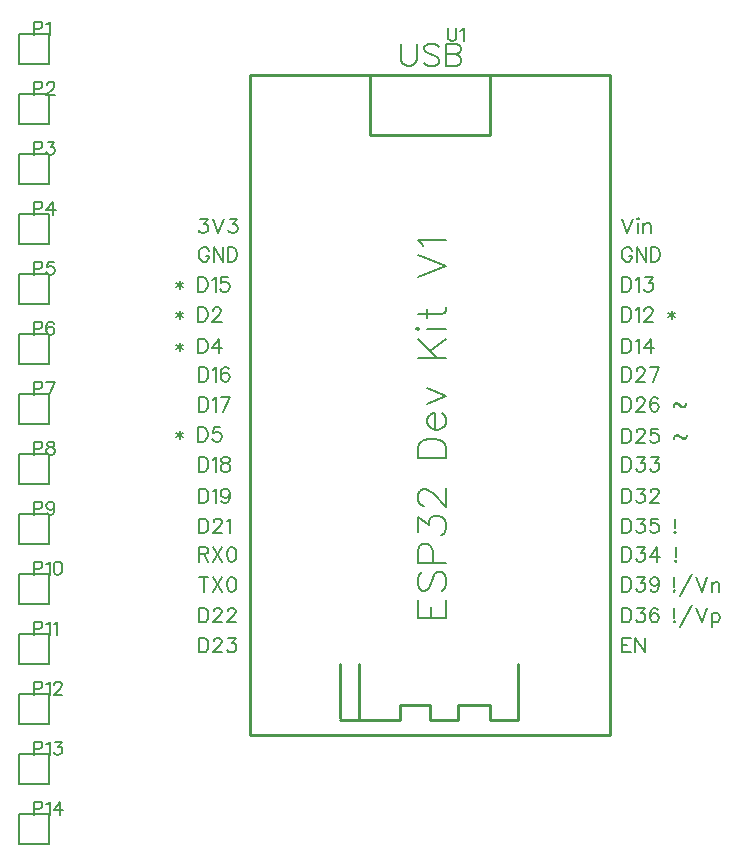
<source format=gto>
G04 Layer: TopSilkLayer*
G04 EasyEDA v6.3.22, 2020-03-31T10:39:25+02:00*
G04 031d35559eb5429b949d46eb78df2012,abd45e37305a4832af207281f16f9658,10*
G04 Gerber Generator version 0.2*
G04 Scale: 100 percent, Rotated: No, Reflected: No *
G04 Dimensions in millimeters *
G04 leading zeros omitted , absolute positions ,3 integer and 3 decimal *
%FSLAX33Y33*%
%MOMM*%
G90*
G71D02*

%ADD10C,0.254000*%
%ADD15C,0.203200*%
%ADD16C,0.202999*%
%ADD17C,0.152400*%

%LPD*%
G54D15*
G01X9017Y70231D02*
G01X6477Y70231D01*
G01X6477Y72771D01*
G01X9017Y72771D01*
G01X9017Y70866D01*
G54D16*
G01X9017Y70231D02*
G01X9017Y70866D01*
G54D15*
G01X9017Y65151D02*
G01X6477Y65151D01*
G01X6477Y67691D01*
G01X9017Y67691D01*
G01X9017Y65786D01*
G54D16*
G01X9017Y65151D02*
G01X9017Y65786D01*
G54D15*
G01X9017Y60071D02*
G01X6477Y60071D01*
G01X6477Y62611D01*
G01X9017Y62611D01*
G01X9017Y60706D01*
G54D16*
G01X9017Y60071D02*
G01X9017Y60706D01*
G54D15*
G01X9017Y54991D02*
G01X6477Y54991D01*
G01X6477Y57531D01*
G01X9017Y57531D01*
G01X9017Y55626D01*
G54D16*
G01X9017Y54991D02*
G01X9017Y55626D01*
G54D15*
G01X9017Y49911D02*
G01X6477Y49911D01*
G01X6477Y52451D01*
G01X9017Y52451D01*
G01X9017Y50546D01*
G54D16*
G01X9017Y49911D02*
G01X9017Y50546D01*
G54D15*
G01X9017Y44831D02*
G01X6477Y44831D01*
G01X6477Y47371D01*
G01X9017Y47371D01*
G01X9017Y45466D01*
G54D16*
G01X9017Y44831D02*
G01X9017Y45466D01*
G54D15*
G01X9017Y39751D02*
G01X6477Y39751D01*
G01X6477Y42291D01*
G01X9017Y42291D01*
G01X9017Y40386D01*
G54D16*
G01X9017Y39751D02*
G01X9017Y40386D01*
G54D15*
G01X9017Y34671D02*
G01X6477Y34671D01*
G01X6477Y37211D01*
G01X9017Y37211D01*
G01X9017Y35306D01*
G54D16*
G01X9017Y34671D02*
G01X9017Y35306D01*
G54D15*
G01X9017Y29591D02*
G01X6477Y29591D01*
G01X6477Y32131D01*
G01X9017Y32131D01*
G01X9017Y30226D01*
G54D16*
G01X9017Y29591D02*
G01X9017Y30226D01*
G54D15*
G01X9017Y24511D02*
G01X6477Y24511D01*
G01X6477Y27051D01*
G01X9017Y27051D01*
G01X9017Y25146D01*
G54D16*
G01X9017Y24511D02*
G01X9017Y25146D01*
G54D15*
G01X9017Y19431D02*
G01X6477Y19431D01*
G01X6477Y21971D01*
G01X9017Y21971D01*
G01X9017Y20066D01*
G54D16*
G01X9017Y19431D02*
G01X9017Y20066D01*
G54D15*
G01X9017Y14351D02*
G01X6477Y14351D01*
G01X6477Y16891D01*
G01X9017Y16891D01*
G01X9017Y14986D01*
G54D16*
G01X9017Y14351D02*
G01X9017Y14986D01*
G54D15*
G01X9017Y9271D02*
G01X6477Y9271D01*
G01X6477Y11811D01*
G01X9017Y11811D01*
G01X9017Y9906D01*
G54D16*
G01X9017Y9271D02*
G01X9017Y9906D01*
G54D15*
G01X9017Y4191D02*
G01X6477Y4191D01*
G01X6477Y6731D01*
G01X9017Y6731D01*
G01X9017Y4826D01*
G54D16*
G01X9017Y4191D02*
G01X9017Y4826D01*
G54D10*
G01X26035Y69342D02*
G01X56515Y69342D01*
G01X56515Y18669D01*
G01X56515Y17272D01*
G01X56515Y13462D01*
G01X26035Y13462D01*
G01X26035Y69342D01*
G01X36195Y69306D02*
G01X36195Y64226D01*
G01X46355Y64226D01*
G01X46355Y69306D01*
G01X48768Y19431D02*
G01X48768Y14732D01*
G01X46355Y14732D01*
G01X46355Y16002D01*
G01X43688Y16002D01*
G01X43688Y14732D01*
G01X41275Y14732D01*
G01X41275Y16002D01*
G01X38735Y16002D01*
G01X38735Y14732D01*
G01X33655Y14732D01*
G01X33655Y14859D02*
G01X33655Y19431D01*
G01X35306Y14732D02*
G01X35306Y19431D01*
G54D17*
G01X7747Y73822D02*
G01X7747Y72732D01*
G01X7747Y73822D02*
G01X8214Y73822D01*
G01X8369Y73771D01*
G01X8422Y73718D01*
G01X8473Y73614D01*
G01X8473Y73459D01*
G01X8422Y73355D01*
G01X8369Y73304D01*
G01X8214Y73251D01*
G01X7747Y73251D01*
G01X8816Y73614D02*
G01X8920Y73667D01*
G01X9077Y73822D01*
G01X9077Y72732D01*
G01X7747Y68742D02*
G01X7747Y67652D01*
G01X7747Y68742D02*
G01X8214Y68742D01*
G01X8369Y68691D01*
G01X8422Y68638D01*
G01X8473Y68534D01*
G01X8473Y68379D01*
G01X8422Y68275D01*
G01X8369Y68224D01*
G01X8214Y68171D01*
G01X7747Y68171D01*
G01X8869Y68483D02*
G01X8869Y68534D01*
G01X8920Y68638D01*
G01X8973Y68691D01*
G01X9077Y68742D01*
G01X9283Y68742D01*
G01X9387Y68691D01*
G01X9441Y68638D01*
G01X9491Y68534D01*
G01X9491Y68430D01*
G01X9441Y68326D01*
G01X9337Y68171D01*
G01X8816Y67652D01*
G01X9545Y67652D01*
G01X7747Y63662D02*
G01X7747Y62572D01*
G01X7747Y63662D02*
G01X8214Y63662D01*
G01X8369Y63611D01*
G01X8422Y63558D01*
G01X8473Y63454D01*
G01X8473Y63299D01*
G01X8422Y63195D01*
G01X8369Y63144D01*
G01X8214Y63091D01*
G01X7747Y63091D01*
G01X8920Y63662D02*
G01X9491Y63662D01*
G01X9182Y63246D01*
G01X9337Y63246D01*
G01X9441Y63195D01*
G01X9491Y63144D01*
G01X9545Y62986D01*
G01X9545Y62882D01*
G01X9491Y62727D01*
G01X9387Y62623D01*
G01X9232Y62572D01*
G01X9077Y62572D01*
G01X8920Y62623D01*
G01X8869Y62674D01*
G01X8816Y62778D01*
G01X7747Y58582D02*
G01X7747Y57492D01*
G01X7747Y58582D02*
G01X8214Y58582D01*
G01X8369Y58531D01*
G01X8422Y58478D01*
G01X8473Y58374D01*
G01X8473Y58219D01*
G01X8422Y58115D01*
G01X8369Y58064D01*
G01X8214Y58011D01*
G01X7747Y58011D01*
G01X9337Y58582D02*
G01X8816Y57856D01*
G01X9596Y57856D01*
G01X9337Y58582D02*
G01X9337Y57492D01*
G01X7747Y53502D02*
G01X7747Y52412D01*
G01X7747Y53502D02*
G01X8214Y53502D01*
G01X8369Y53451D01*
G01X8422Y53398D01*
G01X8473Y53294D01*
G01X8473Y53139D01*
G01X8422Y53035D01*
G01X8369Y52984D01*
G01X8214Y52931D01*
G01X7747Y52931D01*
G01X9441Y53502D02*
G01X8920Y53502D01*
G01X8869Y53035D01*
G01X8920Y53086D01*
G01X9077Y53139D01*
G01X9232Y53139D01*
G01X9387Y53086D01*
G01X9491Y52984D01*
G01X9545Y52826D01*
G01X9545Y52722D01*
G01X9491Y52567D01*
G01X9387Y52463D01*
G01X9232Y52412D01*
G01X9077Y52412D01*
G01X8920Y52463D01*
G01X8869Y52514D01*
G01X8816Y52618D01*
G01X7747Y48422D02*
G01X7747Y47332D01*
G01X7747Y48422D02*
G01X8214Y48422D01*
G01X8369Y48371D01*
G01X8422Y48318D01*
G01X8473Y48214D01*
G01X8473Y48059D01*
G01X8422Y47955D01*
G01X8369Y47904D01*
G01X8214Y47851D01*
G01X7747Y47851D01*
G01X9441Y48267D02*
G01X9387Y48371D01*
G01X9232Y48422D01*
G01X9128Y48422D01*
G01X8973Y48371D01*
G01X8869Y48214D01*
G01X8816Y47955D01*
G01X8816Y47696D01*
G01X8869Y47487D01*
G01X8973Y47383D01*
G01X9128Y47332D01*
G01X9182Y47332D01*
G01X9337Y47383D01*
G01X9441Y47487D01*
G01X9491Y47642D01*
G01X9491Y47696D01*
G01X9441Y47851D01*
G01X9337Y47955D01*
G01X9182Y48006D01*
G01X9128Y48006D01*
G01X8973Y47955D01*
G01X8869Y47851D01*
G01X8816Y47696D01*
G01X7747Y43342D02*
G01X7747Y42252D01*
G01X7747Y43342D02*
G01X8214Y43342D01*
G01X8369Y43291D01*
G01X8422Y43238D01*
G01X8473Y43134D01*
G01X8473Y42979D01*
G01X8422Y42875D01*
G01X8369Y42824D01*
G01X8214Y42771D01*
G01X7747Y42771D01*
G01X9545Y43342D02*
G01X9024Y42252D01*
G01X8816Y43342D02*
G01X9545Y43342D01*
G01X7747Y38262D02*
G01X7747Y37172D01*
G01X7747Y38262D02*
G01X8214Y38262D01*
G01X8369Y38211D01*
G01X8422Y38158D01*
G01X8473Y38054D01*
G01X8473Y37899D01*
G01X8422Y37795D01*
G01X8369Y37744D01*
G01X8214Y37691D01*
G01X7747Y37691D01*
G01X9077Y38262D02*
G01X8920Y38211D01*
G01X8869Y38107D01*
G01X8869Y38003D01*
G01X8920Y37899D01*
G01X9024Y37846D01*
G01X9232Y37795D01*
G01X9387Y37744D01*
G01X9491Y37640D01*
G01X9545Y37536D01*
G01X9545Y37378D01*
G01X9491Y37274D01*
G01X9441Y37223D01*
G01X9283Y37172D01*
G01X9077Y37172D01*
G01X8920Y37223D01*
G01X8869Y37274D01*
G01X8816Y37378D01*
G01X8816Y37536D01*
G01X8869Y37640D01*
G01X8973Y37744D01*
G01X9128Y37795D01*
G01X9337Y37846D01*
G01X9441Y37899D01*
G01X9491Y38003D01*
G01X9491Y38107D01*
G01X9441Y38211D01*
G01X9283Y38262D01*
G01X9077Y38262D01*
G01X7747Y33182D02*
G01X7747Y32092D01*
G01X7747Y33182D02*
G01X8214Y33182D01*
G01X8369Y33131D01*
G01X8422Y33078D01*
G01X8473Y32974D01*
G01X8473Y32819D01*
G01X8422Y32715D01*
G01X8369Y32664D01*
G01X8214Y32611D01*
G01X7747Y32611D01*
G01X9491Y32819D02*
G01X9441Y32664D01*
G01X9337Y32560D01*
G01X9182Y32506D01*
G01X9128Y32506D01*
G01X8973Y32560D01*
G01X8869Y32664D01*
G01X8816Y32819D01*
G01X8816Y32870D01*
G01X8869Y33027D01*
G01X8973Y33131D01*
G01X9128Y33182D01*
G01X9182Y33182D01*
G01X9337Y33131D01*
G01X9441Y33027D01*
G01X9491Y32819D01*
G01X9491Y32560D01*
G01X9441Y32298D01*
G01X9337Y32143D01*
G01X9182Y32092D01*
G01X9077Y32092D01*
G01X8920Y32143D01*
G01X8869Y32247D01*
G01X7747Y28102D02*
G01X7747Y27012D01*
G01X7747Y28102D02*
G01X8214Y28102D01*
G01X8369Y28051D01*
G01X8422Y27998D01*
G01X8473Y27894D01*
G01X8473Y27739D01*
G01X8422Y27635D01*
G01X8369Y27584D01*
G01X8214Y27531D01*
G01X7747Y27531D01*
G01X8816Y27894D02*
G01X8920Y27947D01*
G01X9077Y28102D01*
G01X9077Y27012D01*
G01X9730Y28102D02*
G01X9575Y28051D01*
G01X9471Y27894D01*
G01X9420Y27635D01*
G01X9420Y27480D01*
G01X9471Y27218D01*
G01X9575Y27063D01*
G01X9730Y27012D01*
G01X9834Y27012D01*
G01X9992Y27063D01*
G01X10096Y27218D01*
G01X10147Y27480D01*
G01X10147Y27635D01*
G01X10096Y27894D01*
G01X9992Y28051D01*
G01X9834Y28102D01*
G01X9730Y28102D01*
G01X7747Y23022D02*
G01X7747Y21932D01*
G01X7747Y23022D02*
G01X8214Y23022D01*
G01X8369Y22971D01*
G01X8422Y22918D01*
G01X8473Y22814D01*
G01X8473Y22659D01*
G01X8422Y22555D01*
G01X8369Y22504D01*
G01X8214Y22451D01*
G01X7747Y22451D01*
G01X8816Y22814D02*
G01X8920Y22867D01*
G01X9077Y23022D01*
G01X9077Y21932D01*
G01X9420Y22814D02*
G01X9525Y22867D01*
G01X9679Y23022D01*
G01X9679Y21932D01*
G01X7747Y17942D02*
G01X7747Y16852D01*
G01X7747Y17942D02*
G01X8214Y17942D01*
G01X8369Y17891D01*
G01X8422Y17838D01*
G01X8473Y17734D01*
G01X8473Y17579D01*
G01X8422Y17475D01*
G01X8369Y17424D01*
G01X8214Y17371D01*
G01X7747Y17371D01*
G01X8816Y17734D02*
G01X8920Y17787D01*
G01X9077Y17942D01*
G01X9077Y16852D01*
G01X9471Y17683D02*
G01X9471Y17734D01*
G01X9525Y17838D01*
G01X9575Y17891D01*
G01X9679Y17942D01*
G01X9888Y17942D01*
G01X9992Y17891D01*
G01X10043Y17838D01*
G01X10096Y17734D01*
G01X10096Y17630D01*
G01X10043Y17526D01*
G01X9939Y17371D01*
G01X9420Y16852D01*
G01X10147Y16852D01*
G01X7747Y12862D02*
G01X7747Y11772D01*
G01X7747Y12862D02*
G01X8214Y12862D01*
G01X8369Y12811D01*
G01X8422Y12758D01*
G01X8473Y12654D01*
G01X8473Y12499D01*
G01X8422Y12395D01*
G01X8369Y12344D01*
G01X8214Y12291D01*
G01X7747Y12291D01*
G01X8816Y12654D02*
G01X8920Y12707D01*
G01X9077Y12862D01*
G01X9077Y11772D01*
G01X9525Y12862D02*
G01X10096Y12862D01*
G01X9784Y12446D01*
G01X9939Y12446D01*
G01X10043Y12395D01*
G01X10096Y12344D01*
G01X10147Y12186D01*
G01X10147Y12082D01*
G01X10096Y11927D01*
G01X9992Y11823D01*
G01X9834Y11772D01*
G01X9679Y11772D01*
G01X9525Y11823D01*
G01X9471Y11874D01*
G01X9420Y11978D01*
G01X7747Y7782D02*
G01X7747Y6692D01*
G01X7747Y7782D02*
G01X8214Y7782D01*
G01X8369Y7731D01*
G01X8422Y7678D01*
G01X8473Y7574D01*
G01X8473Y7419D01*
G01X8422Y7315D01*
G01X8369Y7264D01*
G01X8214Y7211D01*
G01X7747Y7211D01*
G01X8816Y7574D02*
G01X8920Y7627D01*
G01X9077Y7782D01*
G01X9077Y6692D01*
G01X9939Y7782D02*
G01X9420Y7056D01*
G01X10198Y7056D01*
G01X9939Y7782D02*
G01X9939Y6692D01*
G01X42799Y73289D02*
G01X42799Y72509D01*
G01X42849Y72354D01*
G01X42953Y72250D01*
G01X43111Y72199D01*
G01X43215Y72199D01*
G01X43370Y72250D01*
G01X43474Y72354D01*
G01X43525Y72509D01*
G01X43525Y73289D01*
G01X43868Y73080D02*
G01X43972Y73134D01*
G01X44129Y73289D01*
G01X44129Y72199D01*
G54D15*
G01X40248Y23345D02*
G01X42671Y23345D01*
G01X40248Y23345D02*
G01X40248Y24846D01*
G01X41401Y23345D02*
G01X41401Y24269D01*
G01X42671Y23345D02*
G01X42671Y24846D01*
G01X40594Y27223D02*
G01X40362Y26992D01*
G01X40248Y26647D01*
G01X40248Y26184D01*
G01X40362Y25839D01*
G01X40594Y25608D01*
G01X40825Y25608D01*
G01X41056Y25722D01*
G01X41170Y25839D01*
G01X41287Y26070D01*
G01X41518Y26763D01*
G01X41632Y26992D01*
G01X41749Y27109D01*
G01X41978Y27223D01*
G01X42326Y27223D01*
G01X42557Y26992D01*
G01X42671Y26647D01*
G01X42671Y26184D01*
G01X42557Y25839D01*
G01X42326Y25608D01*
G01X40248Y27985D02*
G01X42671Y27985D01*
G01X40248Y27985D02*
G01X40248Y29024D01*
G01X40362Y29372D01*
G01X40479Y29486D01*
G01X40708Y29603D01*
G01X41056Y29603D01*
G01X41287Y29486D01*
G01X41401Y29372D01*
G01X41518Y29024D01*
G01X41518Y27985D01*
G01X40248Y30596D02*
G01X40248Y31866D01*
G01X41170Y31173D01*
G01X41170Y31518D01*
G01X41287Y31749D01*
G01X41401Y31866D01*
G01X41749Y31981D01*
G01X41978Y31981D01*
G01X42326Y31866D01*
G01X42557Y31635D01*
G01X42671Y31287D01*
G01X42671Y30942D01*
G01X42557Y30596D01*
G01X42440Y30479D01*
G01X42209Y30365D01*
G01X40825Y32859D02*
G01X40708Y32859D01*
G01X40479Y32974D01*
G01X40362Y33088D01*
G01X40248Y33319D01*
G01X40248Y33781D01*
G01X40362Y34013D01*
G01X40479Y34129D01*
G01X40708Y34244D01*
G01X40939Y34244D01*
G01X41170Y34129D01*
G01X41518Y33898D01*
G01X42671Y32743D01*
G01X42671Y34358D01*
G01X40248Y36898D02*
G01X42671Y36898D01*
G01X40248Y36898D02*
G01X40248Y37708D01*
G01X40362Y38054D01*
G01X40594Y38285D01*
G01X40825Y38399D01*
G01X41170Y38516D01*
G01X41749Y38516D01*
G01X42095Y38399D01*
G01X42326Y38285D01*
G01X42557Y38054D01*
G01X42671Y37708D01*
G01X42671Y36898D01*
G01X41749Y39278D02*
G01X41749Y40662D01*
G01X41518Y40662D01*
G01X41287Y40548D01*
G01X41170Y40431D01*
G01X41056Y40200D01*
G01X41056Y39855D01*
G01X41170Y39623D01*
G01X41401Y39392D01*
G01X41749Y39278D01*
G01X41978Y39278D01*
G01X42326Y39392D01*
G01X42557Y39623D01*
G01X42671Y39855D01*
G01X42671Y40200D01*
G01X42557Y40431D01*
G01X42326Y40662D01*
G01X41056Y41424D02*
G01X42671Y42118D01*
G01X41056Y42811D02*
G01X42671Y42118D01*
G01X40248Y45351D02*
G01X42671Y45351D01*
G01X40248Y46967D02*
G01X41864Y45351D01*
G01X41287Y45928D02*
G01X42671Y46967D01*
G01X40248Y47729D02*
G01X40362Y47845D01*
G01X40248Y47960D01*
G01X40131Y47845D01*
G01X40248Y47729D01*
G01X41056Y47845D02*
G01X42671Y47845D01*
G01X40248Y49067D02*
G01X42209Y49067D01*
G01X42557Y49184D01*
G01X42671Y49415D01*
G01X42671Y49646D01*
G01X41056Y48722D02*
G01X41056Y49529D01*
G01X40248Y52186D02*
G01X42671Y53108D01*
G01X40248Y54033D02*
G01X42671Y53108D01*
G01X40708Y54795D02*
G01X40594Y55026D01*
G01X40248Y55371D01*
G01X42671Y55371D01*
G01X38862Y71973D02*
G01X38862Y70589D01*
G01X38953Y70312D01*
G01X39138Y70126D01*
G01X39415Y70035D01*
G01X39601Y70035D01*
G01X39878Y70126D01*
G01X40063Y70312D01*
G01X40154Y70589D01*
G01X40154Y71973D01*
G01X42057Y71696D02*
G01X41871Y71882D01*
G01X41595Y71973D01*
G01X41226Y71973D01*
G01X40949Y71882D01*
G01X40764Y71696D01*
G01X40764Y71513D01*
G01X40855Y71328D01*
G01X40949Y71234D01*
G01X41135Y71142D01*
G01X41689Y70957D01*
G01X41871Y70866D01*
G01X41965Y70774D01*
G01X42057Y70589D01*
G01X42057Y70312D01*
G01X41871Y70126D01*
G01X41595Y70035D01*
G01X41226Y70035D01*
G01X40949Y70126D01*
G01X40764Y70312D01*
G01X42666Y71973D02*
G01X42666Y70035D01*
G01X42666Y71973D02*
G01X43497Y71973D01*
G01X43776Y71882D01*
G01X43868Y71790D01*
G01X43959Y71605D01*
G01X43959Y71419D01*
G01X43868Y71234D01*
G01X43776Y71142D01*
G01X43497Y71051D01*
G01X42666Y71051D02*
G01X43497Y71051D01*
G01X43776Y70957D01*
G01X43868Y70866D01*
G01X43959Y70680D01*
G01X43959Y70403D01*
G01X43868Y70218D01*
G01X43776Y70126D01*
G01X43497Y70035D01*
G01X42666Y70035D01*
G01X21831Y57150D02*
G01X22466Y57150D01*
G01X22120Y56687D01*
G01X22293Y56687D01*
G01X22410Y56629D01*
G01X22466Y56570D01*
G01X22524Y56398D01*
G01X22524Y56283D01*
G01X22466Y56111D01*
G01X22352Y55994D01*
G01X22179Y55935D01*
G01X22006Y55935D01*
G01X21831Y55994D01*
G01X21775Y56052D01*
G01X21717Y56167D01*
G01X22905Y57150D02*
G01X23368Y55935D01*
G01X23830Y57150D02*
G01X23368Y55935D01*
G01X24325Y57150D02*
G01X24960Y57150D01*
G01X24615Y56687D01*
G01X24787Y56687D01*
G01X24904Y56629D01*
G01X24960Y56570D01*
G01X25019Y56398D01*
G01X25019Y56283D01*
G01X24960Y56111D01*
G01X24846Y55994D01*
G01X24673Y55935D01*
G01X24498Y55935D01*
G01X24325Y55994D01*
G01X24269Y56052D01*
G01X24211Y56167D01*
G01X22583Y54447D02*
G01X22524Y54564D01*
G01X22410Y54678D01*
G01X22293Y54736D01*
G01X22062Y54736D01*
G01X21948Y54678D01*
G01X21831Y54564D01*
G01X21775Y54447D01*
G01X21717Y54274D01*
G01X21717Y53985D01*
G01X21775Y53812D01*
G01X21831Y53698D01*
G01X21948Y53581D01*
G01X22062Y53522D01*
G01X22293Y53522D01*
G01X22410Y53581D01*
G01X22524Y53698D01*
G01X22583Y53812D01*
G01X22583Y53985D01*
G01X22293Y53985D02*
G01X22583Y53985D01*
G01X22964Y54736D02*
G01X22964Y53522D01*
G01X22964Y54736D02*
G01X23771Y53522D01*
G01X23771Y54736D02*
G01X23771Y53522D01*
G01X24152Y54736D02*
G01X24152Y53522D01*
G01X24152Y54736D02*
G01X24556Y54736D01*
G01X24729Y54678D01*
G01X24846Y54564D01*
G01X24904Y54447D01*
G01X24960Y54274D01*
G01X24960Y53985D01*
G01X24904Y53812D01*
G01X24846Y53698D01*
G01X24729Y53581D01*
G01X24556Y53522D01*
G01X24152Y53522D01*
G01X20101Y51849D02*
G01X20101Y51158D01*
G01X19812Y51676D02*
G01X20388Y51330D01*
G01X20388Y51676D02*
G01X19812Y51330D01*
G01X21658Y52197D02*
G01X21658Y50982D01*
G01X21658Y52197D02*
G01X22062Y52197D01*
G01X22237Y52138D01*
G01X22352Y52021D01*
G01X22410Y51907D01*
G01X22466Y51734D01*
G01X22466Y51445D01*
G01X22410Y51272D01*
G01X22352Y51158D01*
G01X22237Y51041D01*
G01X22062Y50982D01*
G01X21658Y50982D01*
G01X22847Y51965D02*
G01X22964Y52021D01*
G01X23136Y52197D01*
G01X23136Y50982D01*
G01X24211Y52197D02*
G01X23634Y52197D01*
G01X23576Y51676D01*
G01X23634Y51734D01*
G01X23807Y51793D01*
G01X23980Y51793D01*
G01X24152Y51734D01*
G01X24269Y51617D01*
G01X24325Y51445D01*
G01X24325Y51330D01*
G01X24269Y51158D01*
G01X24152Y51041D01*
G01X23980Y50982D01*
G01X23807Y50982D01*
G01X23634Y51041D01*
G01X23576Y51099D01*
G01X23517Y51214D01*
G01X20101Y49309D02*
G01X20101Y48618D01*
G01X19812Y49136D02*
G01X20388Y48790D01*
G01X20388Y49136D02*
G01X19812Y48790D01*
G01X21658Y49657D02*
G01X21658Y48442D01*
G01X21658Y49657D02*
G01X22062Y49657D01*
G01X22237Y49598D01*
G01X22352Y49481D01*
G01X22410Y49367D01*
G01X22466Y49194D01*
G01X22466Y48905D01*
G01X22410Y48732D01*
G01X22352Y48618D01*
G01X22237Y48501D01*
G01X22062Y48442D01*
G01X21658Y48442D01*
G01X22905Y49367D02*
G01X22905Y49425D01*
G01X22964Y49540D01*
G01X23022Y49598D01*
G01X23136Y49657D01*
G01X23368Y49657D01*
G01X23482Y49598D01*
G01X23540Y49540D01*
G01X23599Y49425D01*
G01X23599Y49309D01*
G01X23540Y49194D01*
G01X23426Y49022D01*
G01X22847Y48442D01*
G01X23657Y48442D01*
G01X20101Y46642D02*
G01X20101Y45951D01*
G01X19812Y46469D02*
G01X20388Y46123D01*
G01X20388Y46469D02*
G01X19812Y46123D01*
G01X21658Y46990D02*
G01X21658Y45775D01*
G01X21658Y46990D02*
G01X22062Y46990D01*
G01X22237Y46931D01*
G01X22352Y46814D01*
G01X22410Y46700D01*
G01X22466Y46527D01*
G01X22466Y46238D01*
G01X22410Y46065D01*
G01X22352Y45951D01*
G01X22237Y45834D01*
G01X22062Y45775D01*
G01X21658Y45775D01*
G01X23426Y46990D02*
G01X22847Y46179D01*
G01X23713Y46179D01*
G01X23426Y46990D02*
G01X23426Y45775D01*
G01X21717Y44576D02*
G01X21717Y43362D01*
G01X21717Y44576D02*
G01X22120Y44576D01*
G01X22293Y44518D01*
G01X22410Y44404D01*
G01X22466Y44287D01*
G01X22524Y44114D01*
G01X22524Y43825D01*
G01X22466Y43652D01*
G01X22410Y43538D01*
G01X22293Y43421D01*
G01X22120Y43362D01*
G01X21717Y43362D01*
G01X22905Y44345D02*
G01X23022Y44404D01*
G01X23195Y44576D01*
G01X23195Y43362D01*
G01X24269Y44404D02*
G01X24211Y44518D01*
G01X24038Y44576D01*
G01X23921Y44576D01*
G01X23749Y44518D01*
G01X23634Y44345D01*
G01X23576Y44056D01*
G01X23576Y43769D01*
G01X23634Y43538D01*
G01X23749Y43421D01*
G01X23921Y43362D01*
G01X23980Y43362D01*
G01X24152Y43421D01*
G01X24269Y43538D01*
G01X24325Y43710D01*
G01X24325Y43769D01*
G01X24269Y43941D01*
G01X24152Y44056D01*
G01X23980Y44114D01*
G01X23921Y44114D01*
G01X23749Y44056D01*
G01X23634Y43941D01*
G01X23576Y43769D01*
G01X21717Y42036D02*
G01X21717Y40822D01*
G01X21717Y42036D02*
G01X22120Y42036D01*
G01X22293Y41978D01*
G01X22410Y41864D01*
G01X22466Y41747D01*
G01X22524Y41574D01*
G01X22524Y41285D01*
G01X22466Y41112D01*
G01X22410Y40998D01*
G01X22293Y40881D01*
G01X22120Y40822D01*
G01X21717Y40822D01*
G01X22905Y41805D02*
G01X23022Y41864D01*
G01X23195Y42036D01*
G01X23195Y40822D01*
G01X24384Y42036D02*
G01X23807Y40822D01*
G01X23576Y42036D02*
G01X24384Y42036D01*
G01X20101Y39149D02*
G01X20101Y38458D01*
G01X19812Y38976D02*
G01X20388Y38630D01*
G01X20388Y38976D02*
G01X19812Y38630D01*
G01X21658Y39497D02*
G01X21658Y38282D01*
G01X21658Y39497D02*
G01X22062Y39497D01*
G01X22237Y39438D01*
G01X22352Y39321D01*
G01X22410Y39207D01*
G01X22466Y39034D01*
G01X22466Y38745D01*
G01X22410Y38572D01*
G01X22352Y38458D01*
G01X22237Y38341D01*
G01X22062Y38282D01*
G01X21658Y38282D01*
G01X23540Y39497D02*
G01X22964Y39497D01*
G01X22905Y38976D01*
G01X22964Y39034D01*
G01X23136Y39093D01*
G01X23309Y39093D01*
G01X23482Y39034D01*
G01X23599Y38917D01*
G01X23657Y38745D01*
G01X23657Y38630D01*
G01X23599Y38458D01*
G01X23482Y38341D01*
G01X23309Y38282D01*
G01X23136Y38282D01*
G01X22964Y38341D01*
G01X22905Y38399D01*
G01X22847Y38514D01*
G01X21717Y36956D02*
G01X21717Y35742D01*
G01X21717Y36956D02*
G01X22120Y36956D01*
G01X22293Y36898D01*
G01X22410Y36784D01*
G01X22466Y36667D01*
G01X22524Y36494D01*
G01X22524Y36205D01*
G01X22466Y36032D01*
G01X22410Y35918D01*
G01X22293Y35801D01*
G01X22120Y35742D01*
G01X21717Y35742D01*
G01X22905Y36725D02*
G01X23022Y36784D01*
G01X23195Y36956D01*
G01X23195Y35742D01*
G01X23863Y36956D02*
G01X23690Y36898D01*
G01X23634Y36784D01*
G01X23634Y36667D01*
G01X23690Y36553D01*
G01X23807Y36494D01*
G01X24038Y36436D01*
G01X24211Y36377D01*
G01X24325Y36263D01*
G01X24384Y36149D01*
G01X24384Y35973D01*
G01X24325Y35859D01*
G01X24269Y35801D01*
G01X24094Y35742D01*
G01X23863Y35742D01*
G01X23690Y35801D01*
G01X23634Y35859D01*
G01X23576Y35973D01*
G01X23576Y36149D01*
G01X23634Y36263D01*
G01X23749Y36377D01*
G01X23921Y36436D01*
G01X24152Y36494D01*
G01X24269Y36553D01*
G01X24325Y36667D01*
G01X24325Y36784D01*
G01X24269Y36898D01*
G01X24094Y36956D01*
G01X23863Y36956D01*
G01X21717Y34289D02*
G01X21717Y33075D01*
G01X21717Y34289D02*
G01X22120Y34289D01*
G01X22293Y34231D01*
G01X22410Y34117D01*
G01X22466Y34000D01*
G01X22524Y33827D01*
G01X22524Y33538D01*
G01X22466Y33365D01*
G01X22410Y33251D01*
G01X22293Y33134D01*
G01X22120Y33075D01*
G01X21717Y33075D01*
G01X22905Y34058D02*
G01X23022Y34117D01*
G01X23195Y34289D01*
G01X23195Y33075D01*
G01X24325Y33886D02*
G01X24269Y33710D01*
G01X24152Y33596D01*
G01X23980Y33538D01*
G01X23921Y33538D01*
G01X23749Y33596D01*
G01X23634Y33710D01*
G01X23576Y33886D01*
G01X23576Y33941D01*
G01X23634Y34117D01*
G01X23749Y34231D01*
G01X23921Y34289D01*
G01X23980Y34289D01*
G01X24152Y34231D01*
G01X24269Y34117D01*
G01X24325Y33886D01*
G01X24325Y33596D01*
G01X24269Y33306D01*
G01X24152Y33134D01*
G01X23980Y33075D01*
G01X23863Y33075D01*
G01X23690Y33134D01*
G01X23634Y33251D01*
G01X21717Y31749D02*
G01X21717Y30535D01*
G01X21717Y31749D02*
G01X22120Y31749D01*
G01X22293Y31691D01*
G01X22410Y31577D01*
G01X22466Y31460D01*
G01X22524Y31287D01*
G01X22524Y30998D01*
G01X22466Y30825D01*
G01X22410Y30711D01*
G01X22293Y30594D01*
G01X22120Y30535D01*
G01X21717Y30535D01*
G01X22964Y31460D02*
G01X22964Y31518D01*
G01X23022Y31633D01*
G01X23078Y31691D01*
G01X23195Y31749D01*
G01X23426Y31749D01*
G01X23540Y31691D01*
G01X23599Y31633D01*
G01X23657Y31518D01*
G01X23657Y31401D01*
G01X23599Y31287D01*
G01X23482Y31114D01*
G01X22905Y30535D01*
G01X23713Y30535D01*
G01X24094Y31518D02*
G01X24211Y31577D01*
G01X24384Y31749D01*
G01X24384Y30535D01*
G01X21717Y29336D02*
G01X21717Y28122D01*
G01X21717Y29336D02*
G01X22237Y29336D01*
G01X22410Y29278D01*
G01X22466Y29220D01*
G01X22524Y29105D01*
G01X22524Y28988D01*
G01X22466Y28874D01*
G01X22410Y28816D01*
G01X22237Y28757D01*
G01X21717Y28757D01*
G01X22120Y28757D02*
G01X22524Y28122D01*
G01X22905Y29336D02*
G01X23713Y28122D01*
G01X23713Y29336D02*
G01X22905Y28122D01*
G01X24442Y29336D02*
G01X24269Y29278D01*
G01X24152Y29105D01*
G01X24094Y28816D01*
G01X24094Y28643D01*
G01X24152Y28353D01*
G01X24269Y28181D01*
G01X24442Y28122D01*
G01X24556Y28122D01*
G01X24729Y28181D01*
G01X24846Y28353D01*
G01X24904Y28643D01*
G01X24904Y28816D01*
G01X24846Y29105D01*
G01X24729Y29278D01*
G01X24556Y29336D01*
G01X24442Y29336D01*
G01X22120Y26796D02*
G01X22120Y25582D01*
G01X21717Y26796D02*
G01X22524Y26796D01*
G01X22905Y26796D02*
G01X23713Y25582D01*
G01X23713Y26796D02*
G01X22905Y25582D01*
G01X24442Y26796D02*
G01X24269Y26738D01*
G01X24152Y26565D01*
G01X24094Y26276D01*
G01X24094Y26103D01*
G01X24152Y25813D01*
G01X24269Y25641D01*
G01X24442Y25582D01*
G01X24556Y25582D01*
G01X24729Y25641D01*
G01X24846Y25813D01*
G01X24904Y26103D01*
G01X24904Y26276D01*
G01X24846Y26565D01*
G01X24729Y26738D01*
G01X24556Y26796D01*
G01X24442Y26796D01*
G01X21717Y24188D02*
G01X21717Y22974D01*
G01X21717Y24188D02*
G01X22120Y24188D01*
G01X22293Y24130D01*
G01X22410Y24015D01*
G01X22466Y23898D01*
G01X22524Y23726D01*
G01X22524Y23436D01*
G01X22466Y23263D01*
G01X22410Y23149D01*
G01X22293Y23032D01*
G01X22120Y22974D01*
G01X21717Y22974D01*
G01X22964Y23898D02*
G01X22964Y23957D01*
G01X23022Y24071D01*
G01X23078Y24130D01*
G01X23195Y24188D01*
G01X23426Y24188D01*
G01X23540Y24130D01*
G01X23599Y24071D01*
G01X23657Y23957D01*
G01X23657Y23840D01*
G01X23599Y23726D01*
G01X23482Y23553D01*
G01X22905Y22974D01*
G01X23713Y22974D01*
G01X24152Y23898D02*
G01X24152Y23957D01*
G01X24211Y24071D01*
G01X24269Y24130D01*
G01X24384Y24188D01*
G01X24615Y24188D01*
G01X24729Y24130D01*
G01X24787Y24071D01*
G01X24846Y23957D01*
G01X24846Y23840D01*
G01X24787Y23726D01*
G01X24673Y23553D01*
G01X24094Y22974D01*
G01X24904Y22974D01*
G01X21717Y21648D02*
G01X21717Y20434D01*
G01X21717Y21648D02*
G01X22120Y21648D01*
G01X22293Y21590D01*
G01X22410Y21475D01*
G01X22466Y21358D01*
G01X22524Y21186D01*
G01X22524Y20896D01*
G01X22466Y20723D01*
G01X22410Y20609D01*
G01X22293Y20492D01*
G01X22120Y20434D01*
G01X21717Y20434D01*
G01X22964Y21358D02*
G01X22964Y21417D01*
G01X23022Y21531D01*
G01X23078Y21590D01*
G01X23195Y21648D01*
G01X23426Y21648D01*
G01X23540Y21590D01*
G01X23599Y21531D01*
G01X23657Y21417D01*
G01X23657Y21300D01*
G01X23599Y21186D01*
G01X23482Y21013D01*
G01X22905Y20434D01*
G01X23713Y20434D01*
G01X24211Y21648D02*
G01X24846Y21648D01*
G01X24498Y21186D01*
G01X24673Y21186D01*
G01X24787Y21127D01*
G01X24846Y21069D01*
G01X24904Y20896D01*
G01X24904Y20782D01*
G01X24846Y20609D01*
G01X24729Y20492D01*
G01X24556Y20434D01*
G01X24384Y20434D01*
G01X24211Y20492D01*
G01X24152Y20551D01*
G01X24094Y20665D01*
G01X57531Y57150D02*
G01X57993Y55935D01*
G01X58455Y57150D02*
G01X57993Y55935D01*
G01X58836Y57150D02*
G01X58892Y57091D01*
G01X58950Y57150D01*
G01X58892Y57205D01*
G01X58836Y57150D01*
G01X58892Y56746D02*
G01X58892Y55935D01*
G01X59331Y56746D02*
G01X59331Y55935D01*
G01X59331Y56515D02*
G01X59504Y56687D01*
G01X59621Y56746D01*
G01X59794Y56746D01*
G01X59908Y56687D01*
G01X59966Y56515D01*
G01X59966Y55935D01*
G01X58397Y54447D02*
G01X58338Y54564D01*
G01X58224Y54678D01*
G01X58107Y54736D01*
G01X57876Y54736D01*
G01X57762Y54678D01*
G01X57645Y54564D01*
G01X57589Y54447D01*
G01X57531Y54274D01*
G01X57531Y53985D01*
G01X57589Y53812D01*
G01X57645Y53698D01*
G01X57762Y53581D01*
G01X57876Y53522D01*
G01X58107Y53522D01*
G01X58224Y53581D01*
G01X58338Y53698D01*
G01X58397Y53812D01*
G01X58397Y53985D01*
G01X58107Y53985D02*
G01X58397Y53985D01*
G01X58778Y54736D02*
G01X58778Y53522D01*
G01X58778Y54736D02*
G01X59585Y53522D01*
G01X59585Y54736D02*
G01X59585Y53522D01*
G01X59966Y54736D02*
G01X59966Y53522D01*
G01X59966Y54736D02*
G01X60370Y54736D01*
G01X60543Y54678D01*
G01X60660Y54564D01*
G01X60718Y54447D01*
G01X60774Y54274D01*
G01X60774Y53985D01*
G01X60718Y53812D01*
G01X60660Y53698D01*
G01X60543Y53581D01*
G01X60370Y53522D01*
G01X59966Y53522D01*
G01X57531Y52197D02*
G01X57531Y50982D01*
G01X57531Y52197D02*
G01X57934Y52197D01*
G01X58107Y52138D01*
G01X58224Y52021D01*
G01X58280Y51907D01*
G01X58338Y51734D01*
G01X58338Y51445D01*
G01X58280Y51272D01*
G01X58224Y51158D01*
G01X58107Y51041D01*
G01X57934Y50982D01*
G01X57531Y50982D01*
G01X58719Y51965D02*
G01X58836Y52021D01*
G01X59009Y52197D01*
G01X59009Y50982D01*
G01X59504Y52197D02*
G01X60139Y52197D01*
G01X59794Y51734D01*
G01X59966Y51734D01*
G01X60083Y51676D01*
G01X60139Y51617D01*
G01X60198Y51445D01*
G01X60198Y51330D01*
G01X60139Y51158D01*
G01X60025Y51041D01*
G01X59852Y50982D01*
G01X59677Y50982D01*
G01X59504Y51041D01*
G01X59448Y51099D01*
G01X59390Y51214D01*
G01X57531Y49657D02*
G01X57531Y48442D01*
G01X57531Y49657D02*
G01X57934Y49657D01*
G01X58107Y49598D01*
G01X58224Y49481D01*
G01X58280Y49367D01*
G01X58338Y49194D01*
G01X58338Y48905D01*
G01X58280Y48732D01*
G01X58224Y48618D01*
G01X58107Y48501D01*
G01X57934Y48442D01*
G01X57531Y48442D01*
G01X58719Y49425D02*
G01X58836Y49481D01*
G01X59009Y49657D01*
G01X59009Y48442D01*
G01X59448Y49367D02*
G01X59448Y49425D01*
G01X59504Y49540D01*
G01X59563Y49598D01*
G01X59677Y49657D01*
G01X59908Y49657D01*
G01X60025Y49598D01*
G01X60083Y49540D01*
G01X60139Y49425D01*
G01X60139Y49309D01*
G01X60083Y49194D01*
G01X59966Y49022D01*
G01X59390Y48442D01*
G01X60198Y48442D01*
G01X61757Y49309D02*
G01X61757Y48618D01*
G01X61468Y49136D02*
G01X62044Y48790D01*
G01X62044Y49136D02*
G01X61468Y48790D01*
G01X57531Y46990D02*
G01X57531Y45775D01*
G01X57531Y46990D02*
G01X57934Y46990D01*
G01X58107Y46931D01*
G01X58224Y46814D01*
G01X58280Y46700D01*
G01X58338Y46527D01*
G01X58338Y46238D01*
G01X58280Y46065D01*
G01X58224Y45951D01*
G01X58107Y45834D01*
G01X57934Y45775D01*
G01X57531Y45775D01*
G01X58719Y46758D02*
G01X58836Y46814D01*
G01X59009Y46990D01*
G01X59009Y45775D01*
G01X59966Y46990D02*
G01X59390Y46179D01*
G01X60256Y46179D01*
G01X59966Y46990D02*
G01X59966Y45775D01*
G01X57531Y44577D02*
G01X57531Y43362D01*
G01X57531Y44577D02*
G01X57934Y44577D01*
G01X58107Y44518D01*
G01X58224Y44401D01*
G01X58280Y44287D01*
G01X58338Y44114D01*
G01X58338Y43825D01*
G01X58280Y43652D01*
G01X58224Y43538D01*
G01X58107Y43421D01*
G01X57934Y43362D01*
G01X57531Y43362D01*
G01X58778Y44287D02*
G01X58778Y44345D01*
G01X58836Y44460D01*
G01X58892Y44518D01*
G01X59009Y44577D01*
G01X59240Y44577D01*
G01X59354Y44518D01*
G01X59413Y44460D01*
G01X59471Y44345D01*
G01X59471Y44229D01*
G01X59413Y44114D01*
G01X59296Y43942D01*
G01X58719Y43362D01*
G01X59527Y43362D01*
G01X60718Y44577D02*
G01X60139Y43362D01*
G01X59908Y44577D02*
G01X60718Y44577D01*
G01X57531Y42037D02*
G01X57531Y40822D01*
G01X57531Y42037D02*
G01X57934Y42037D01*
G01X58107Y41978D01*
G01X58224Y41861D01*
G01X58280Y41747D01*
G01X58338Y41574D01*
G01X58338Y41285D01*
G01X58280Y41112D01*
G01X58224Y40998D01*
G01X58107Y40881D01*
G01X57934Y40822D01*
G01X57531Y40822D01*
G01X58778Y41747D02*
G01X58778Y41805D01*
G01X58836Y41920D01*
G01X58892Y41978D01*
G01X59009Y42037D01*
G01X59240Y42037D01*
G01X59354Y41978D01*
G01X59413Y41920D01*
G01X59471Y41805D01*
G01X59471Y41689D01*
G01X59413Y41574D01*
G01X59296Y41402D01*
G01X58719Y40822D01*
G01X59527Y40822D01*
G01X60601Y41861D02*
G01X60543Y41978D01*
G01X60370Y42037D01*
G01X60256Y42037D01*
G01X60083Y41978D01*
G01X59966Y41805D01*
G01X59908Y41516D01*
G01X59908Y41226D01*
G01X59966Y40998D01*
G01X60083Y40881D01*
G01X60256Y40822D01*
G01X60312Y40822D01*
G01X60487Y40881D01*
G01X60601Y40998D01*
G01X60660Y41170D01*
G01X60660Y41226D01*
G01X60601Y41402D01*
G01X60487Y41516D01*
G01X60312Y41574D01*
G01X60256Y41574D01*
G01X60083Y41516D01*
G01X59966Y41402D01*
G01X59908Y41226D01*
G01X61930Y41170D02*
G01X61930Y41285D01*
G01X61988Y41457D01*
G01X62103Y41516D01*
G01X62217Y41516D01*
G01X62334Y41457D01*
G01X62565Y41285D01*
G01X62679Y41226D01*
G01X62796Y41226D01*
G01X62910Y41285D01*
G01X62969Y41402D01*
G01X61930Y41285D02*
G01X61988Y41402D01*
G01X62103Y41457D01*
G01X62217Y41457D01*
G01X62334Y41402D01*
G01X62565Y41226D01*
G01X62679Y41170D01*
G01X62796Y41170D01*
G01X62910Y41226D01*
G01X62969Y41402D01*
G01X62969Y41516D01*
G01X57531Y39370D02*
G01X57531Y38155D01*
G01X57531Y39370D02*
G01X57934Y39370D01*
G01X58107Y39311D01*
G01X58224Y39194D01*
G01X58280Y39080D01*
G01X58338Y38907D01*
G01X58338Y38618D01*
G01X58280Y38445D01*
G01X58224Y38331D01*
G01X58107Y38214D01*
G01X57934Y38155D01*
G01X57531Y38155D01*
G01X58778Y39080D02*
G01X58778Y39138D01*
G01X58836Y39253D01*
G01X58892Y39311D01*
G01X59009Y39370D01*
G01X59240Y39370D01*
G01X59354Y39311D01*
G01X59413Y39253D01*
G01X59471Y39138D01*
G01X59471Y39022D01*
G01X59413Y38907D01*
G01X59296Y38735D01*
G01X58719Y38155D01*
G01X59527Y38155D01*
G01X60601Y39370D02*
G01X60025Y39370D01*
G01X59966Y38849D01*
G01X60025Y38907D01*
G01X60198Y38966D01*
G01X60370Y38966D01*
G01X60543Y38907D01*
G01X60660Y38790D01*
G01X60718Y38618D01*
G01X60718Y38503D01*
G01X60660Y38331D01*
G01X60543Y38214D01*
G01X60370Y38155D01*
G01X60198Y38155D01*
G01X60025Y38214D01*
G01X59966Y38272D01*
G01X59908Y38387D01*
G01X61988Y38503D02*
G01X61988Y38618D01*
G01X62044Y38790D01*
G01X62161Y38849D01*
G01X62275Y38849D01*
G01X62392Y38790D01*
G01X62623Y38618D01*
G01X62738Y38559D01*
G01X62852Y38559D01*
G01X62969Y38618D01*
G01X63027Y38735D01*
G01X61988Y38618D02*
G01X62044Y38735D01*
G01X62161Y38790D01*
G01X62275Y38790D01*
G01X62392Y38735D01*
G01X62623Y38559D01*
G01X62738Y38503D01*
G01X62852Y38503D01*
G01X62969Y38559D01*
G01X63027Y38735D01*
G01X63027Y38849D01*
G01X57531Y36957D02*
G01X57531Y35742D01*
G01X57531Y36957D02*
G01X57934Y36957D01*
G01X58107Y36898D01*
G01X58224Y36781D01*
G01X58280Y36667D01*
G01X58338Y36494D01*
G01X58338Y36205D01*
G01X58280Y36032D01*
G01X58224Y35918D01*
G01X58107Y35801D01*
G01X57934Y35742D01*
G01X57531Y35742D01*
G01X58836Y36957D02*
G01X59471Y36957D01*
G01X59123Y36494D01*
G01X59296Y36494D01*
G01X59413Y36436D01*
G01X59471Y36377D01*
G01X59527Y36205D01*
G01X59527Y36090D01*
G01X59471Y35918D01*
G01X59354Y35801D01*
G01X59182Y35742D01*
G01X59009Y35742D01*
G01X58836Y35801D01*
G01X58778Y35859D01*
G01X58719Y35974D01*
G01X60025Y36957D02*
G01X60660Y36957D01*
G01X60312Y36494D01*
G01X60487Y36494D01*
G01X60601Y36436D01*
G01X60660Y36377D01*
G01X60718Y36205D01*
G01X60718Y36090D01*
G01X60660Y35918D01*
G01X60543Y35801D01*
G01X60370Y35742D01*
G01X60198Y35742D01*
G01X60025Y35801D01*
G01X59966Y35859D01*
G01X59908Y35974D01*
G01X57531Y34290D02*
G01X57531Y33075D01*
G01X57531Y34290D02*
G01X57934Y34290D01*
G01X58107Y34231D01*
G01X58224Y34114D01*
G01X58280Y34000D01*
G01X58338Y33827D01*
G01X58338Y33538D01*
G01X58280Y33365D01*
G01X58224Y33251D01*
G01X58107Y33134D01*
G01X57934Y33075D01*
G01X57531Y33075D01*
G01X58836Y34290D02*
G01X59471Y34290D01*
G01X59123Y33827D01*
G01X59296Y33827D01*
G01X59413Y33769D01*
G01X59471Y33710D01*
G01X59527Y33538D01*
G01X59527Y33423D01*
G01X59471Y33251D01*
G01X59354Y33134D01*
G01X59182Y33075D01*
G01X59009Y33075D01*
G01X58836Y33134D01*
G01X58778Y33192D01*
G01X58719Y33307D01*
G01X59966Y34000D02*
G01X59966Y34058D01*
G01X60025Y34173D01*
G01X60083Y34231D01*
G01X60198Y34290D01*
G01X60429Y34290D01*
G01X60543Y34231D01*
G01X60601Y34173D01*
G01X60660Y34058D01*
G01X60660Y33942D01*
G01X60601Y33827D01*
G01X60487Y33655D01*
G01X59908Y33075D01*
G01X60718Y33075D01*
G01X57531Y31750D02*
G01X57531Y30535D01*
G01X57531Y31750D02*
G01X57934Y31750D01*
G01X58107Y31691D01*
G01X58224Y31574D01*
G01X58280Y31460D01*
G01X58338Y31287D01*
G01X58338Y30998D01*
G01X58280Y30825D01*
G01X58224Y30711D01*
G01X58107Y30594D01*
G01X57934Y30535D01*
G01X57531Y30535D01*
G01X58836Y31750D02*
G01X59471Y31750D01*
G01X59123Y31287D01*
G01X59296Y31287D01*
G01X59413Y31229D01*
G01X59471Y31170D01*
G01X59527Y30998D01*
G01X59527Y30883D01*
G01X59471Y30711D01*
G01X59354Y30594D01*
G01X59182Y30535D01*
G01X59009Y30535D01*
G01X58836Y30594D01*
G01X58778Y30652D01*
G01X58719Y30767D01*
G01X60601Y31750D02*
G01X60025Y31750D01*
G01X59966Y31229D01*
G01X60025Y31287D01*
G01X60198Y31346D01*
G01X60370Y31346D01*
G01X60543Y31287D01*
G01X60660Y31170D01*
G01X60718Y30998D01*
G01X60718Y30883D01*
G01X60660Y30711D01*
G01X60543Y30594D01*
G01X60370Y30535D01*
G01X60198Y30535D01*
G01X60025Y30594D01*
G01X59966Y30652D01*
G01X59908Y30767D01*
G01X62044Y31750D02*
G01X62044Y30939D01*
G01X62044Y30652D02*
G01X61988Y30594D01*
G01X62044Y30535D01*
G01X62103Y30594D01*
G01X62044Y30652D01*
G01X57531Y29337D02*
G01X57531Y28122D01*
G01X57531Y29337D02*
G01X57934Y29337D01*
G01X58107Y29278D01*
G01X58224Y29161D01*
G01X58280Y29047D01*
G01X58338Y28874D01*
G01X58338Y28585D01*
G01X58280Y28412D01*
G01X58224Y28298D01*
G01X58107Y28181D01*
G01X57934Y28122D01*
G01X57531Y28122D01*
G01X58836Y29337D02*
G01X59471Y29337D01*
G01X59123Y28874D01*
G01X59296Y28874D01*
G01X59413Y28816D01*
G01X59471Y28757D01*
G01X59527Y28585D01*
G01X59527Y28470D01*
G01X59471Y28298D01*
G01X59354Y28181D01*
G01X59182Y28122D01*
G01X59009Y28122D01*
G01X58836Y28181D01*
G01X58778Y28239D01*
G01X58719Y28354D01*
G01X60487Y29337D02*
G01X59908Y28526D01*
G01X60774Y28526D01*
G01X60487Y29337D02*
G01X60487Y28122D01*
G01X62103Y29337D02*
G01X62103Y28526D01*
G01X62103Y28239D02*
G01X62044Y28181D01*
G01X62103Y28122D01*
G01X62161Y28181D01*
G01X62103Y28239D01*
G01X57531Y26797D02*
G01X57531Y25582D01*
G01X57531Y26797D02*
G01X57934Y26797D01*
G01X58107Y26738D01*
G01X58224Y26621D01*
G01X58280Y26507D01*
G01X58338Y26334D01*
G01X58338Y26045D01*
G01X58280Y25872D01*
G01X58224Y25758D01*
G01X58107Y25641D01*
G01X57934Y25582D01*
G01X57531Y25582D01*
G01X58836Y26797D02*
G01X59471Y26797D01*
G01X59123Y26334D01*
G01X59296Y26334D01*
G01X59413Y26276D01*
G01X59471Y26217D01*
G01X59527Y26045D01*
G01X59527Y25930D01*
G01X59471Y25758D01*
G01X59354Y25641D01*
G01X59182Y25582D01*
G01X59009Y25582D01*
G01X58836Y25641D01*
G01X58778Y25699D01*
G01X58719Y25814D01*
G01X60660Y26393D02*
G01X60601Y26217D01*
G01X60487Y26103D01*
G01X60312Y26045D01*
G01X60256Y26045D01*
G01X60083Y26103D01*
G01X59966Y26217D01*
G01X59908Y26393D01*
G01X59908Y26449D01*
G01X59966Y26621D01*
G01X60083Y26738D01*
G01X60256Y26797D01*
G01X60312Y26797D01*
G01X60487Y26738D01*
G01X60601Y26621D01*
G01X60660Y26393D01*
G01X60660Y26103D01*
G01X60601Y25814D01*
G01X60487Y25641D01*
G01X60312Y25582D01*
G01X60198Y25582D01*
G01X60025Y25641D01*
G01X59966Y25758D01*
G01X61988Y26797D02*
G01X61988Y25986D01*
G01X61988Y25699D02*
G01X61930Y25641D01*
G01X61988Y25582D01*
G01X62044Y25641D01*
G01X61988Y25699D01*
G01X63464Y27028D02*
G01X62425Y25179D01*
G01X63845Y26797D02*
G01X64307Y25582D01*
G01X64770Y26797D02*
G01X64307Y25582D01*
G01X65151Y26393D02*
G01X65151Y25582D01*
G01X65151Y26162D02*
G01X65323Y26334D01*
G01X65440Y26393D01*
G01X65613Y26393D01*
G01X65727Y26334D01*
G01X65786Y26162D01*
G01X65786Y25582D01*
G01X57531Y24188D02*
G01X57531Y22974D01*
G01X57531Y24188D02*
G01X57934Y24188D01*
G01X58107Y24130D01*
G01X58224Y24015D01*
G01X58280Y23898D01*
G01X58338Y23726D01*
G01X58338Y23436D01*
G01X58280Y23263D01*
G01X58224Y23149D01*
G01X58107Y23032D01*
G01X57934Y22974D01*
G01X57531Y22974D01*
G01X58836Y24188D02*
G01X59471Y24188D01*
G01X59123Y23726D01*
G01X59296Y23726D01*
G01X59413Y23667D01*
G01X59471Y23609D01*
G01X59527Y23436D01*
G01X59527Y23322D01*
G01X59471Y23149D01*
G01X59354Y23032D01*
G01X59182Y22974D01*
G01X59009Y22974D01*
G01X58836Y23032D01*
G01X58778Y23091D01*
G01X58719Y23205D01*
G01X60601Y24015D02*
G01X60543Y24130D01*
G01X60370Y24188D01*
G01X60256Y24188D01*
G01X60083Y24130D01*
G01X59966Y23957D01*
G01X59908Y23667D01*
G01X59908Y23380D01*
G01X59966Y23149D01*
G01X60083Y23032D01*
G01X60256Y22974D01*
G01X60312Y22974D01*
G01X60487Y23032D01*
G01X60601Y23149D01*
G01X60660Y23322D01*
G01X60660Y23380D01*
G01X60601Y23553D01*
G01X60487Y23667D01*
G01X60312Y23726D01*
G01X60256Y23726D01*
G01X60083Y23667D01*
G01X59966Y23553D01*
G01X59908Y23380D01*
G01X61988Y24188D02*
G01X61988Y23380D01*
G01X61988Y23091D02*
G01X61930Y23032D01*
G01X61988Y22974D01*
G01X62044Y23032D01*
G01X61988Y23091D01*
G01X63464Y24419D02*
G01X62425Y22570D01*
G01X63845Y24188D02*
G01X64307Y22974D01*
G01X64770Y24188D02*
G01X64307Y22974D01*
G01X65151Y23784D02*
G01X65151Y22570D01*
G01X65151Y23609D02*
G01X65265Y23726D01*
G01X65382Y23784D01*
G01X65554Y23784D01*
G01X65671Y23726D01*
G01X65786Y23609D01*
G01X65844Y23436D01*
G01X65844Y23322D01*
G01X65786Y23149D01*
G01X65671Y23032D01*
G01X65554Y22974D01*
G01X65382Y22974D01*
G01X65265Y23032D01*
G01X65151Y23149D01*
G01X57531Y21648D02*
G01X57531Y20434D01*
G01X57531Y21648D02*
G01X58280Y21648D01*
G01X57531Y21069D02*
G01X57993Y21069D01*
G01X57531Y20434D02*
G01X58280Y20434D01*
G01X58661Y21648D02*
G01X58661Y20434D01*
G01X58661Y21648D02*
G01X59471Y20434D01*
G01X59471Y21648D02*
G01X59471Y20434D01*
M00*
M02*

</source>
